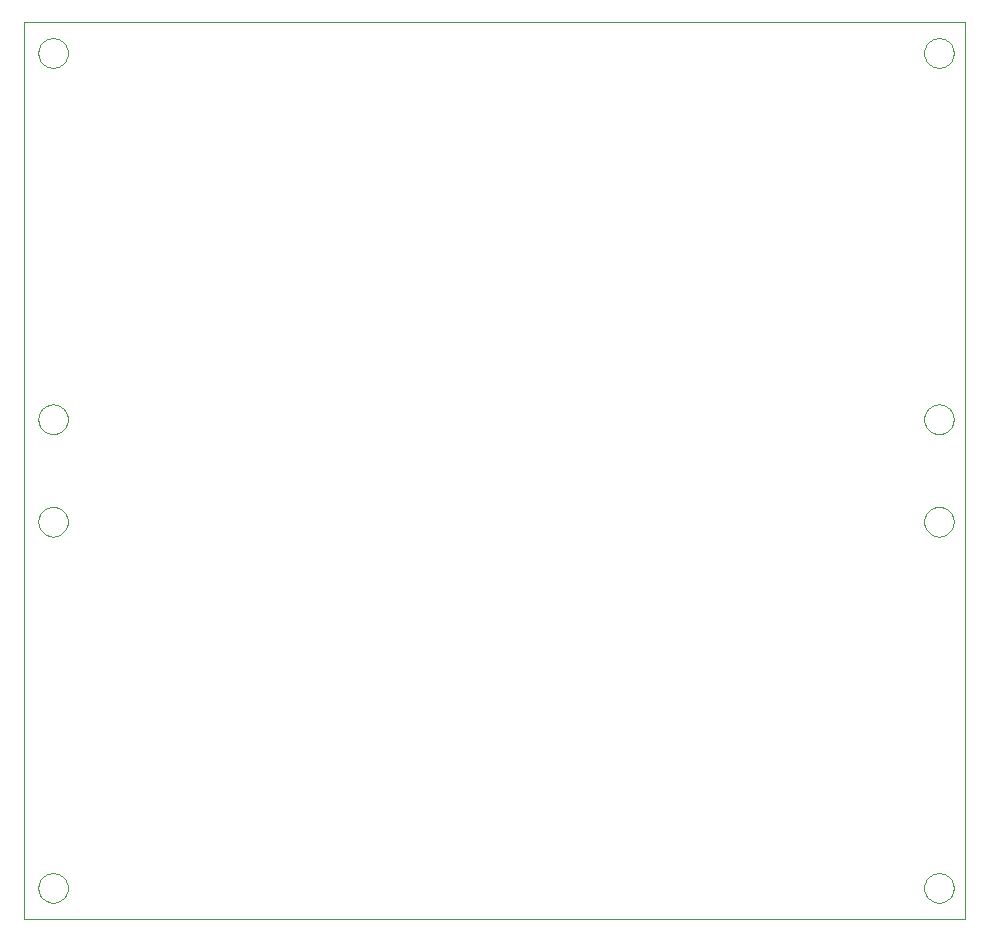
<source format=gbo>
G75*
G70*
%OFA0B0*%
%FSLAX24Y24*%
%IPPOS*%
%LPD*%
%AMOC8*
5,1,8,0,0,1.08239X$1,22.5*
%
%ADD10C,0.0000*%
D10*
X000305Y000243D02*
X000305Y030114D01*
X031675Y030114D01*
X031675Y000243D01*
X000305Y000243D01*
X000799Y001265D02*
X000801Y001309D01*
X000807Y001353D01*
X000817Y001396D01*
X000830Y001438D01*
X000848Y001478D01*
X000869Y001517D01*
X000893Y001554D01*
X000920Y001589D01*
X000951Y001621D01*
X000984Y001650D01*
X001020Y001676D01*
X001058Y001698D01*
X001098Y001717D01*
X001139Y001733D01*
X001182Y001745D01*
X001225Y001753D01*
X001269Y001757D01*
X001313Y001757D01*
X001357Y001753D01*
X001400Y001745D01*
X001443Y001733D01*
X001484Y001717D01*
X001524Y001698D01*
X001562Y001676D01*
X001598Y001650D01*
X001631Y001621D01*
X001662Y001589D01*
X001689Y001554D01*
X001713Y001517D01*
X001734Y001478D01*
X001752Y001438D01*
X001765Y001396D01*
X001775Y001353D01*
X001781Y001309D01*
X001783Y001265D01*
X001781Y001221D01*
X001775Y001177D01*
X001765Y001134D01*
X001752Y001092D01*
X001734Y001052D01*
X001713Y001013D01*
X001689Y000976D01*
X001662Y000941D01*
X001631Y000909D01*
X001598Y000880D01*
X001562Y000854D01*
X001524Y000832D01*
X001484Y000813D01*
X001443Y000797D01*
X001400Y000785D01*
X001357Y000777D01*
X001313Y000773D01*
X001269Y000773D01*
X001225Y000777D01*
X001182Y000785D01*
X001139Y000797D01*
X001098Y000813D01*
X001058Y000832D01*
X001020Y000854D01*
X000984Y000880D01*
X000951Y000909D01*
X000920Y000941D01*
X000893Y000976D01*
X000869Y001013D01*
X000848Y001052D01*
X000830Y001092D01*
X000817Y001134D01*
X000807Y001177D01*
X000801Y001221D01*
X000799Y001265D01*
X000799Y013470D02*
X000801Y013514D01*
X000807Y013558D01*
X000817Y013601D01*
X000830Y013643D01*
X000848Y013683D01*
X000869Y013722D01*
X000893Y013759D01*
X000920Y013794D01*
X000951Y013826D01*
X000984Y013855D01*
X001020Y013881D01*
X001058Y013903D01*
X001098Y013922D01*
X001139Y013938D01*
X001182Y013950D01*
X001225Y013958D01*
X001269Y013962D01*
X001313Y013962D01*
X001357Y013958D01*
X001400Y013950D01*
X001443Y013938D01*
X001484Y013922D01*
X001524Y013903D01*
X001562Y013881D01*
X001598Y013855D01*
X001631Y013826D01*
X001662Y013794D01*
X001689Y013759D01*
X001713Y013722D01*
X001734Y013683D01*
X001752Y013643D01*
X001765Y013601D01*
X001775Y013558D01*
X001781Y013514D01*
X001783Y013470D01*
X001781Y013426D01*
X001775Y013382D01*
X001765Y013339D01*
X001752Y013297D01*
X001734Y013257D01*
X001713Y013218D01*
X001689Y013181D01*
X001662Y013146D01*
X001631Y013114D01*
X001598Y013085D01*
X001562Y013059D01*
X001524Y013037D01*
X001484Y013018D01*
X001443Y013002D01*
X001400Y012990D01*
X001357Y012982D01*
X001313Y012978D01*
X001269Y012978D01*
X001225Y012982D01*
X001182Y012990D01*
X001139Y013002D01*
X001098Y013018D01*
X001058Y013037D01*
X001020Y013059D01*
X000984Y013085D01*
X000951Y013114D01*
X000920Y013146D01*
X000893Y013181D01*
X000869Y013218D01*
X000848Y013257D01*
X000830Y013297D01*
X000817Y013339D01*
X000807Y013382D01*
X000801Y013426D01*
X000799Y013470D01*
X000799Y016890D02*
X000801Y016934D01*
X000807Y016978D01*
X000817Y017021D01*
X000830Y017063D01*
X000848Y017103D01*
X000869Y017142D01*
X000893Y017179D01*
X000920Y017214D01*
X000951Y017246D01*
X000984Y017275D01*
X001020Y017301D01*
X001058Y017323D01*
X001098Y017342D01*
X001139Y017358D01*
X001182Y017370D01*
X001225Y017378D01*
X001269Y017382D01*
X001313Y017382D01*
X001357Y017378D01*
X001400Y017370D01*
X001443Y017358D01*
X001484Y017342D01*
X001524Y017323D01*
X001562Y017301D01*
X001598Y017275D01*
X001631Y017246D01*
X001662Y017214D01*
X001689Y017179D01*
X001713Y017142D01*
X001734Y017103D01*
X001752Y017063D01*
X001765Y017021D01*
X001775Y016978D01*
X001781Y016934D01*
X001783Y016890D01*
X001781Y016846D01*
X001775Y016802D01*
X001765Y016759D01*
X001752Y016717D01*
X001734Y016677D01*
X001713Y016638D01*
X001689Y016601D01*
X001662Y016566D01*
X001631Y016534D01*
X001598Y016505D01*
X001562Y016479D01*
X001524Y016457D01*
X001484Y016438D01*
X001443Y016422D01*
X001400Y016410D01*
X001357Y016402D01*
X001313Y016398D01*
X001269Y016398D01*
X001225Y016402D01*
X001182Y016410D01*
X001139Y016422D01*
X001098Y016438D01*
X001058Y016457D01*
X001020Y016479D01*
X000984Y016505D01*
X000951Y016534D01*
X000920Y016566D01*
X000893Y016601D01*
X000869Y016638D01*
X000848Y016677D01*
X000830Y016717D01*
X000817Y016759D01*
X000807Y016802D01*
X000801Y016846D01*
X000799Y016890D01*
X000799Y029095D02*
X000801Y029139D01*
X000807Y029183D01*
X000817Y029226D01*
X000830Y029268D01*
X000848Y029308D01*
X000869Y029347D01*
X000893Y029384D01*
X000920Y029419D01*
X000951Y029451D01*
X000984Y029480D01*
X001020Y029506D01*
X001058Y029528D01*
X001098Y029547D01*
X001139Y029563D01*
X001182Y029575D01*
X001225Y029583D01*
X001269Y029587D01*
X001313Y029587D01*
X001357Y029583D01*
X001400Y029575D01*
X001443Y029563D01*
X001484Y029547D01*
X001524Y029528D01*
X001562Y029506D01*
X001598Y029480D01*
X001631Y029451D01*
X001662Y029419D01*
X001689Y029384D01*
X001713Y029347D01*
X001734Y029308D01*
X001752Y029268D01*
X001765Y029226D01*
X001775Y029183D01*
X001781Y029139D01*
X001783Y029095D01*
X001781Y029051D01*
X001775Y029007D01*
X001765Y028964D01*
X001752Y028922D01*
X001734Y028882D01*
X001713Y028843D01*
X001689Y028806D01*
X001662Y028771D01*
X001631Y028739D01*
X001598Y028710D01*
X001562Y028684D01*
X001524Y028662D01*
X001484Y028643D01*
X001443Y028627D01*
X001400Y028615D01*
X001357Y028607D01*
X001313Y028603D01*
X001269Y028603D01*
X001225Y028607D01*
X001182Y028615D01*
X001139Y028627D01*
X001098Y028643D01*
X001058Y028662D01*
X001020Y028684D01*
X000984Y028710D01*
X000951Y028739D01*
X000920Y028771D01*
X000893Y028806D01*
X000869Y028843D01*
X000848Y028882D01*
X000830Y028922D01*
X000817Y028964D01*
X000807Y029007D01*
X000801Y029051D01*
X000799Y029095D01*
X030327Y029095D02*
X030329Y029139D01*
X030335Y029183D01*
X030345Y029226D01*
X030358Y029268D01*
X030376Y029308D01*
X030397Y029347D01*
X030421Y029384D01*
X030448Y029419D01*
X030479Y029451D01*
X030512Y029480D01*
X030548Y029506D01*
X030586Y029528D01*
X030626Y029547D01*
X030667Y029563D01*
X030710Y029575D01*
X030753Y029583D01*
X030797Y029587D01*
X030841Y029587D01*
X030885Y029583D01*
X030928Y029575D01*
X030971Y029563D01*
X031012Y029547D01*
X031052Y029528D01*
X031090Y029506D01*
X031126Y029480D01*
X031159Y029451D01*
X031190Y029419D01*
X031217Y029384D01*
X031241Y029347D01*
X031262Y029308D01*
X031280Y029268D01*
X031293Y029226D01*
X031303Y029183D01*
X031309Y029139D01*
X031311Y029095D01*
X031309Y029051D01*
X031303Y029007D01*
X031293Y028964D01*
X031280Y028922D01*
X031262Y028882D01*
X031241Y028843D01*
X031217Y028806D01*
X031190Y028771D01*
X031159Y028739D01*
X031126Y028710D01*
X031090Y028684D01*
X031052Y028662D01*
X031012Y028643D01*
X030971Y028627D01*
X030928Y028615D01*
X030885Y028607D01*
X030841Y028603D01*
X030797Y028603D01*
X030753Y028607D01*
X030710Y028615D01*
X030667Y028627D01*
X030626Y028643D01*
X030586Y028662D01*
X030548Y028684D01*
X030512Y028710D01*
X030479Y028739D01*
X030448Y028771D01*
X030421Y028806D01*
X030397Y028843D01*
X030376Y028882D01*
X030358Y028922D01*
X030345Y028964D01*
X030335Y029007D01*
X030329Y029051D01*
X030327Y029095D01*
X030327Y016890D02*
X030329Y016934D01*
X030335Y016978D01*
X030345Y017021D01*
X030358Y017063D01*
X030376Y017103D01*
X030397Y017142D01*
X030421Y017179D01*
X030448Y017214D01*
X030479Y017246D01*
X030512Y017275D01*
X030548Y017301D01*
X030586Y017323D01*
X030626Y017342D01*
X030667Y017358D01*
X030710Y017370D01*
X030753Y017378D01*
X030797Y017382D01*
X030841Y017382D01*
X030885Y017378D01*
X030928Y017370D01*
X030971Y017358D01*
X031012Y017342D01*
X031052Y017323D01*
X031090Y017301D01*
X031126Y017275D01*
X031159Y017246D01*
X031190Y017214D01*
X031217Y017179D01*
X031241Y017142D01*
X031262Y017103D01*
X031280Y017063D01*
X031293Y017021D01*
X031303Y016978D01*
X031309Y016934D01*
X031311Y016890D01*
X031309Y016846D01*
X031303Y016802D01*
X031293Y016759D01*
X031280Y016717D01*
X031262Y016677D01*
X031241Y016638D01*
X031217Y016601D01*
X031190Y016566D01*
X031159Y016534D01*
X031126Y016505D01*
X031090Y016479D01*
X031052Y016457D01*
X031012Y016438D01*
X030971Y016422D01*
X030928Y016410D01*
X030885Y016402D01*
X030841Y016398D01*
X030797Y016398D01*
X030753Y016402D01*
X030710Y016410D01*
X030667Y016422D01*
X030626Y016438D01*
X030586Y016457D01*
X030548Y016479D01*
X030512Y016505D01*
X030479Y016534D01*
X030448Y016566D01*
X030421Y016601D01*
X030397Y016638D01*
X030376Y016677D01*
X030358Y016717D01*
X030345Y016759D01*
X030335Y016802D01*
X030329Y016846D01*
X030327Y016890D01*
X030327Y013470D02*
X030329Y013514D01*
X030335Y013558D01*
X030345Y013601D01*
X030358Y013643D01*
X030376Y013683D01*
X030397Y013722D01*
X030421Y013759D01*
X030448Y013794D01*
X030479Y013826D01*
X030512Y013855D01*
X030548Y013881D01*
X030586Y013903D01*
X030626Y013922D01*
X030667Y013938D01*
X030710Y013950D01*
X030753Y013958D01*
X030797Y013962D01*
X030841Y013962D01*
X030885Y013958D01*
X030928Y013950D01*
X030971Y013938D01*
X031012Y013922D01*
X031052Y013903D01*
X031090Y013881D01*
X031126Y013855D01*
X031159Y013826D01*
X031190Y013794D01*
X031217Y013759D01*
X031241Y013722D01*
X031262Y013683D01*
X031280Y013643D01*
X031293Y013601D01*
X031303Y013558D01*
X031309Y013514D01*
X031311Y013470D01*
X031309Y013426D01*
X031303Y013382D01*
X031293Y013339D01*
X031280Y013297D01*
X031262Y013257D01*
X031241Y013218D01*
X031217Y013181D01*
X031190Y013146D01*
X031159Y013114D01*
X031126Y013085D01*
X031090Y013059D01*
X031052Y013037D01*
X031012Y013018D01*
X030971Y013002D01*
X030928Y012990D01*
X030885Y012982D01*
X030841Y012978D01*
X030797Y012978D01*
X030753Y012982D01*
X030710Y012990D01*
X030667Y013002D01*
X030626Y013018D01*
X030586Y013037D01*
X030548Y013059D01*
X030512Y013085D01*
X030479Y013114D01*
X030448Y013146D01*
X030421Y013181D01*
X030397Y013218D01*
X030376Y013257D01*
X030358Y013297D01*
X030345Y013339D01*
X030335Y013382D01*
X030329Y013426D01*
X030327Y013470D01*
X030327Y001265D02*
X030329Y001309D01*
X030335Y001353D01*
X030345Y001396D01*
X030358Y001438D01*
X030376Y001478D01*
X030397Y001517D01*
X030421Y001554D01*
X030448Y001589D01*
X030479Y001621D01*
X030512Y001650D01*
X030548Y001676D01*
X030586Y001698D01*
X030626Y001717D01*
X030667Y001733D01*
X030710Y001745D01*
X030753Y001753D01*
X030797Y001757D01*
X030841Y001757D01*
X030885Y001753D01*
X030928Y001745D01*
X030971Y001733D01*
X031012Y001717D01*
X031052Y001698D01*
X031090Y001676D01*
X031126Y001650D01*
X031159Y001621D01*
X031190Y001589D01*
X031217Y001554D01*
X031241Y001517D01*
X031262Y001478D01*
X031280Y001438D01*
X031293Y001396D01*
X031303Y001353D01*
X031309Y001309D01*
X031311Y001265D01*
X031309Y001221D01*
X031303Y001177D01*
X031293Y001134D01*
X031280Y001092D01*
X031262Y001052D01*
X031241Y001013D01*
X031217Y000976D01*
X031190Y000941D01*
X031159Y000909D01*
X031126Y000880D01*
X031090Y000854D01*
X031052Y000832D01*
X031012Y000813D01*
X030971Y000797D01*
X030928Y000785D01*
X030885Y000777D01*
X030841Y000773D01*
X030797Y000773D01*
X030753Y000777D01*
X030710Y000785D01*
X030667Y000797D01*
X030626Y000813D01*
X030586Y000832D01*
X030548Y000854D01*
X030512Y000880D01*
X030479Y000909D01*
X030448Y000941D01*
X030421Y000976D01*
X030397Y001013D01*
X030376Y001052D01*
X030358Y001092D01*
X030345Y001134D01*
X030335Y001177D01*
X030329Y001221D01*
X030327Y001265D01*
M02*

</source>
